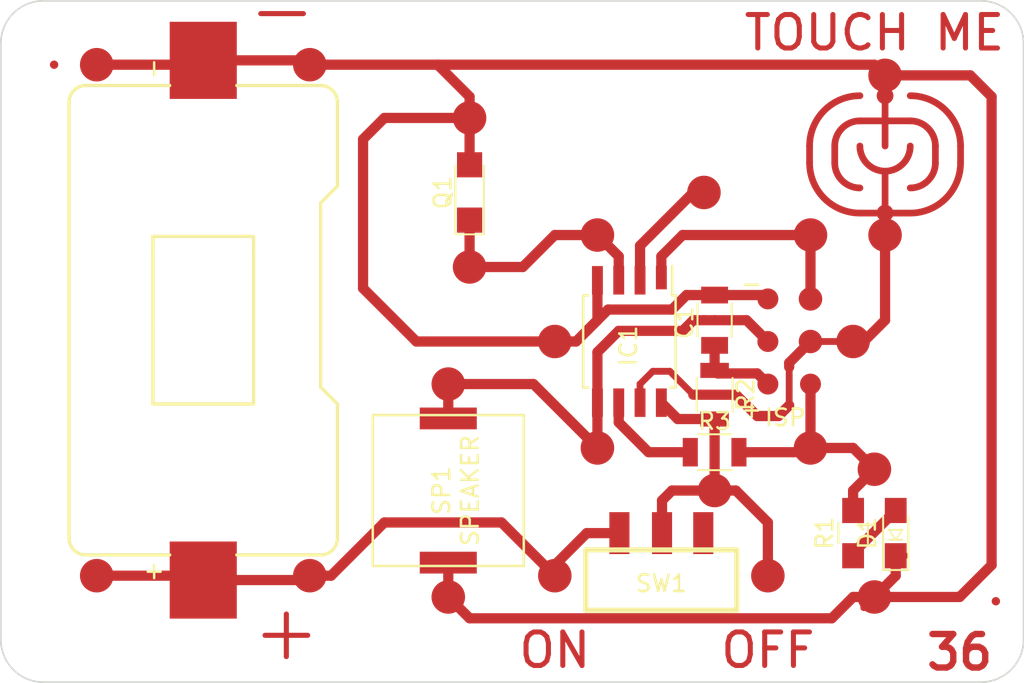
<source format=kicad_pcb>
(kicad_pcb (version 4) (host pcbnew 4.0.6)

  (general
    (links 48)
    (no_connects 5)
    (area 127.838999 58.877999 188.899001 99.618001)
    (thickness 1.6)
    (drawings 17)
    (tracks 140)
    (zones 0)
    (modules 36)
    (nets 12)
  )

  (page USLetter)
  (layers
    (0 F.Cu signal)
    (31 B.Cu signal)
    (32 B.Adhes user)
    (33 F.Adhes user)
    (34 B.Paste user)
    (35 F.Paste user)
    (36 B.SilkS user)
    (37 F.SilkS user)
    (38 B.Mask user)
    (39 F.Mask user)
    (40 Dwgs.User user)
    (41 Cmts.User user)
    (42 Eco1.User user)
    (43 Eco2.User user)
    (44 Edge.Cuts user)
    (45 Margin user)
    (46 B.CrtYd user)
    (47 F.CrtYd user)
    (48 B.Fab user)
    (49 F.Fab user)
  )

  (setup
    (last_trace_width 0.25)
    (user_trace_width 0.254)
    (user_trace_width 0.3048)
    (user_trace_width 0.3556)
    (user_trace_width 0.4064)
    (user_trace_width 0.6096)
    (trace_clearance 0.2)
    (zone_clearance 0.508)
    (zone_45_only no)
    (trace_min 0.2)
    (segment_width 0.2)
    (edge_width 0.1)
    (via_size 0.6)
    (via_drill 0.4)
    (via_min_size 0.4)
    (via_min_drill 0.3)
    (uvia_size 0.3)
    (uvia_drill 0.1)
    (uvias_allowed no)
    (uvia_min_size 0.2)
    (uvia_min_drill 0.1)
    (pcb_text_width 0.3)
    (pcb_text_size 1.27 1.27)
    (mod_edge_width 0.15)
    (mod_text_size 1.016 1.016)
    (mod_text_width 0.127)
    (pad_size 0.5 0.5)
    (pad_drill 0)
    (pad_to_mask_clearance 0)
    (aux_axis_origin 111.76 109.855)
    (grid_origin 0.889 0.508)
    (visible_elements 7FFFFFFF)
    (pcbplotparams
      (layerselection 0x010a0_00000001)
      (usegerberextensions true)
      (excludeedgelayer true)
      (linewidth 0.100000)
      (plotframeref false)
      (viasonmask false)
      (mode 1)
      (useauxorigin false)
      (hpglpennumber 1)
      (hpglpenspeed 20)
      (hpglpendiameter 15)
      (hpglpenoverlay 2)
      (psnegative false)
      (psa4output false)
      (plotreference true)
      (plotvalue true)
      (plotinvisibletext false)
      (padsonsilk false)
      (subtractmaskfromsilk false)
      (outputformat 1)
      (mirror false)
      (drillshape 0)
      (scaleselection 1)
      (outputdirectory gerbers/))
  )

  (net 0 "")
  (net 1 GND)
  (net 2 +BATT)
  (net 3 /RST)
  (net 4 /D3)
  (net 5 /D4)
  (net 6 "Net-(D1-Pad2)")
  (net 7 /D1)
  (net 8 /D2)
  (net 9 /D0)
  (net 10 "Net-(BT1-Pad1)")
  (net 11 "Net-(SW1-Pad3)")

  (net_class Default "This is the default net class."
    (clearance 0.2)
    (trace_width 0.25)
    (via_dia 0.6)
    (via_drill 0.4)
    (uvia_dia 0.3)
    (uvia_drill 0.1)
    (add_net +BATT)
    (add_net /D0)
    (add_net /D1)
    (add_net /D2)
    (add_net /D3)
    (add_net /D4)
    (add_net /RST)
    (add_net GND)
    (add_net "Net-(BT1-Pad1)")
    (add_net "Net-(D1-Pad2)")
    (add_net "Net-(SW1-Pad3)")
  )

  (module footprints:SewPad (layer F.Cu) (tedit 5CA620FB) (tstamp 5CA62128)
    (at 187.198 94.742)
    (descr "Through hole angled pin header, 1x01, 1.00mm pitch, 2.0mm pin length, single row")
    (tags "Through hole angled pin header THT 1x01 1.00mm single row")
    (path /5C9A7CEA)
    (fp_text reference JB2 (at 0 -0.25) (layer F.SilkS) hide
      (effects (font (size 0.5 0.5) (thickness 0.125)))
    )
    (fp_text value PAD (at 0 0.5) (layer F.Fab)
      (effects (font (size 0.6 0.6) (thickness 0.15)))
    )
    (pad 1 smd circle (at 0 0) (size 0.5 0.5) (layers F.Cu F.Mask)
      (net 1 GND))
    (model ${KISYS3DMOD}/Pin_Headers.3dshapes/Pin_Header_Angled_1x01_Pitch1.00mm.wrl
      (at (xyz 0 0 0))
      (scale (xyz 1 1 1))
      (rotate (xyz 0 0 0))
    )
  )

  (module footprints:SewPad (layer F.Cu) (tedit 5CA620FB) (tstamp 5CA620F0)
    (at 131.064 62.738)
    (descr "Through hole angled pin header, 1x01, 1.00mm pitch, 2.0mm pin length, single row")
    (tags "Through hole angled pin header THT 1x01 1.00mm single row")
    (path /5C9A7CEA)
    (fp_text reference JB2 (at 0 -0.25) (layer F.SilkS) hide
      (effects (font (size 0.5 0.5) (thickness 0.125)))
    )
    (fp_text value PAD (at 0 0.5) (layer F.Fab)
      (effects (font (size 0.6 0.6) (thickness 0.15)))
    )
    (pad 1 smd circle (at 0 0) (size 0.5 0.5) (layers F.Cu F.Mask)
      (net 1 GND))
    (model ${KISYS3DMOD}/Pin_Headers.3dshapes/Pin_Header_Angled_1x01_Pitch1.00mm.wrl
      (at (xyz 0 0 0))
      (scale (xyz 1 1 1))
      (rotate (xyz 0 0 0))
    )
  )

  (module footprints:SOIJ-8_5.3x5.3mm_Pitch1.27mm (layer F.Cu) (tedit 5CA52CD1) (tstamp 5A94DD7A)
    (at 165.354 79.248 270)
    (descr "8-Lead Plastic Small Outline (SM) - Medium, 5.28 mm Body [SOIC] (see Microchip Packaging Specification 00000049BS.pdf)")
    (tags "SOIC 1.27")
    (path /553EFD0A)
    (attr smd)
    (fp_text reference IC1 (at 0.265 0.06 270) (layer F.SilkS)
      (effects (font (size 1 1) (thickness 0.15)))
    )
    (fp_text value ATTINY85 (at 0 3.68 270) (layer F.Fab)
      (effects (font (size 1 1) (thickness 0.15)))
    )
    (fp_text user %R (at 0 0 270) (layer F.Fab)
      (effects (font (size 1 1) (thickness 0.15)))
    )
    (fp_line (start -1.65 -2.65) (end 2.65 -2.65) (layer F.Fab) (width 0.15))
    (fp_line (start 2.65 -2.65) (end 2.65 2.65) (layer F.Fab) (width 0.15))
    (fp_line (start 2.65 2.65) (end -2.65 2.65) (layer F.Fab) (width 0.15))
    (fp_line (start -2.65 2.65) (end -2.65 -1.65) (layer F.Fab) (width 0.15))
    (fp_line (start -2.65 -1.65) (end -1.65 -2.65) (layer F.Fab) (width 0.15))
    (fp_line (start -4.75 -2.95) (end -4.75 2.95) (layer F.CrtYd) (width 0.05))
    (fp_line (start 4.75 -2.95) (end 4.75 2.95) (layer F.CrtYd) (width 0.05))
    (fp_line (start -4.75 -2.95) (end 4.75 -2.95) (layer F.CrtYd) (width 0.05))
    (fp_line (start -4.75 2.95) (end 4.75 2.95) (layer F.CrtYd) (width 0.05))
    (fp_line (start -2.75 -2.755) (end -2.75 -2.55) (layer F.SilkS) (width 0.15))
    (fp_line (start 2.75 -2.755) (end 2.75 -2.455) (layer F.SilkS) (width 0.15))
    (fp_line (start 2.75 2.755) (end 2.75 2.455) (layer F.SilkS) (width 0.15))
    (fp_line (start -2.75 2.755) (end -2.75 2.455) (layer F.SilkS) (width 0.15))
    (fp_line (start -2.75 -2.755) (end 2.75 -2.755) (layer F.SilkS) (width 0.15))
    (fp_line (start -2.75 2.755) (end 2.75 2.755) (layer F.SilkS) (width 0.15))
    (fp_line (start -2.75 -2.55) (end -4.5 -2.55) (layer F.SilkS) (width 0.15))
    (pad 1 smd rect (at -3.81 -1.905 270) (size 1.4 0.65) (layers F.Cu F.Paste F.Mask)
      (net 3 /RST))
    (pad 2 smd rect (at -3.65 -0.635 270) (size 1.7 0.65) (layers F.Cu F.Paste F.Mask)
      (net 4 /D3))
    (pad 3 smd rect (at -3.65 0.635 270) (size 1.7 0.65) (layers F.Cu F.Paste F.Mask)
      (net 5 /D4))
    (pad 4 smd rect (at -3.65 1.905 270) (size 1.7 0.65) (layers F.Cu F.Paste F.Mask)
      (net 1 GND))
    (pad 5 smd rect (at 3.65 1.905 270) (size 1.7 0.65) (layers F.Cu F.Paste F.Mask)
      (net 9 /D0))
    (pad 6 smd rect (at 3.65 0.635 270) (size 1.7 0.65) (layers F.Cu F.Paste F.Mask)
      (net 7 /D1))
    (pad 7 smd rect (at 3.65 -0.635 270) (size 1.7 0.65) (layers F.Cu F.Paste F.Mask)
      (net 8 /D2))
    (pad 8 smd rect (at 3.65 -1.905 270) (size 1.7 0.65) (layers F.Cu F.Paste F.Mask)
      (net 2 +BATT))
    (model ${KISYS3DMOD}/Housings_SOIC.3dshapes/SOIJ-8_5.3x5.3mm_Pitch1.27mm.wrl
      (at (xyz 0 0 0))
      (scale (xyz 1 1 1))
      (rotate (xyz 0 0 0))
    )
  )

  (module footprints:SPST_SMD (layer F.Cu) (tedit 5CA4E9D6) (tstamp 5C9D2EB1)
    (at 167.259 90.678)
    (descr "Through hole pin header")
    (tags "pin header")
    (path /5C9D935E)
    (fp_text reference SW1 (at 0 3) (layer F.SilkS)
      (effects (font (size 1 1) (thickness 0.15)))
    )
    (fp_text value SW_SPDT (at 0.1 0) (layer F.Fab)
      (effects (font (size 1 1) (thickness 0.15)))
    )
    (fp_line (start -4.5 4.6) (end 4.5 4.6) (layer F.SilkS) (width 0.3048))
    (fp_line (start 4.5 1) (end 4.5 4.6) (layer F.SilkS) (width 0.3048))
    (fp_line (start -4.5 1) (end -4.5 4.6) (layer F.SilkS) (width 0.3048))
    (fp_line (start -4.5 1) (end 4.5 1) (layer F.SilkS) (width 0.3048))
    (fp_text user JS102011SAQN (at 0 1.7) (layer F.Fab)
      (effects (font (size 0.8 0.8) (thickness 0.1)))
    )
    (pad 1 smd rect (at -2.5 0) (size 1.2 2.5) (layers F.Cu F.Paste F.Mask)
      (net 10 "Net-(BT1-Pad1)"))
    (pad 2 smd rect (at 0.04 0) (size 1.2 2.5) (layers F.Cu F.Paste F.Mask)
      (net 2 +BATT))
    (pad 3 smd rect (at 2.5 0) (size 1.2 2.5) (layers F.Cu F.Paste F.Mask)
      (net 11 "Net-(SW1-Pad3)"))
    (model Pin_Headers.3dshapes/Pin_Header_Straight_2x06.wrl
      (at (xyz 0.05 -0.25 0))
      (scale (xyz 1 1 1))
      (rotate (xyz 0 0 90))
    )
  )

  (module BATT_BA2032SM (layer F.Cu) (tedit 5C9A887A) (tstamp 5A83A7E3)
    (at 139.954 77.978 90)
    (tags battery)
    (path /553F9619)
    (fp_text reference BT1 (at 0 5 90) (layer F.SilkS) hide
      (effects (font (size 1.72974 1.08712) (thickness 0.27178)))
    )
    (fp_text value Battery (at 0 -5 90) (layer F.SilkS) hide
      (effects (font (size 1.524 1.016) (thickness 0.254)))
    )
    (fp_line (start 4 3) (end 5 3) (layer F.SilkS) (width 0.2))
    (fp_line (start 5 3) (end 5 -3) (layer F.SilkS) (width 0.2))
    (fp_line (start 5 -3) (end 4 -3) (layer F.SilkS) (width 0.2))
    (fp_line (start 0 -3) (end -5 -3) (layer F.SilkS) (width 0.2))
    (fp_line (start -5 -3) (end -5 3) (layer F.SilkS) (width 0.2))
    (fp_line (start -5 3) (end 4 3) (layer F.SilkS) (width 0.2))
    (fp_line (start 4 -3) (end 0 -3) (layer F.SilkS) (width 0.2))
    (fp_circle (center 0 0) (end 0 -10) (layer F.CrtYd) (width 0.2))
    (fp_text user - (at 15 -3 90) (layer F.SilkS)
      (effects (font (size 1 1) (thickness 0.15)))
    )
    (fp_text user + (at -15 -3 90) (layer F.SilkS)
      (effects (font (size 1 1) (thickness 0.15)))
    )
    (fp_line (start -5 8) (end -13 8) (layer F.SilkS) (width 0.2))
    (fp_line (start 8 8) (end 13 8) (layer F.SilkS) (width 0.2))
    (fp_line (start -5 8) (end -4 7) (layer F.SilkS) (width 0.2))
    (fp_line (start -4 7) (end 7 7) (layer F.SilkS) (width 0.2))
    (fp_line (start 7 7) (end 8 8) (layer F.SilkS) (width 0.2))
    (fp_line (start -14 2) (end -14 7) (layer F.SilkS) (width 0.2))
    (fp_line (start 14 2) (end 14 7) (layer F.SilkS) (width 0.2))
    (fp_line (start -13 -8) (end 13 -8) (layer F.SilkS) (width 0.2))
    (fp_line (start -14 -2) (end -14 -7) (layer F.SilkS) (width 0.2))
    (fp_arc (start 13 -7) (end 13 -8) (angle 90) (layer F.SilkS) (width 0.2))
    (fp_arc (start 13 7) (end 14 7) (angle 90) (layer F.SilkS) (width 0.2))
    (fp_arc (start -13 7) (end -13 8) (angle 90) (layer F.SilkS) (width 0.2))
    (fp_arc (start -13 -7) (end -14 -7) (angle 90) (layer F.SilkS) (width 0.2))
    (fp_line (start 14 -2) (end 14 -7) (layer F.SilkS) (width 0.2))
    (pad 1 smd rect (at -15.5 0 90) (size 4.6 4) (layers F.Cu F.Paste F.Mask)
      (net 10 "Net-(BT1-Pad1)"))
    (pad 2 smd rect (at 15.5 0 90) (size 4.6 4) (layers F.Cu F.Paste F.Mask)
      (net 1 GND))
  )

  (module footprints:SewPad (layer F.Cu) (tedit 5C9A7292) (tstamp 5C9D2EF9)
    (at 133.604 93.218)
    (descr "Through hole angled pin header, 1x01, 1.00mm pitch, 2.0mm pin length, single row")
    (tags "Through hole angled pin header THT 1x01 1.00mm single row")
    (path /5C9A7C13)
    (fp_text reference JB1 (at 0 -0.25) (layer F.SilkS) hide
      (effects (font (size 0.5 0.5) (thickness 0.125)))
    )
    (fp_text value PAD (at 0 0.5) (layer F.Fab)
      (effects (font (size 0.6 0.6) (thickness 0.15)))
    )
    (pad 1 smd circle (at 0 0) (size 2 2) (layers F.Cu F.Mask)
      (net 10 "Net-(BT1-Pad1)"))
    (model ${KISYS3DMOD}/Pin_Headers.3dshapes/Pin_Header_Angled_1x01_Pitch1.00mm.wrl
      (at (xyz 0 0 0))
      (scale (xyz 1 1 1))
      (rotate (xyz 0 0 0))
    )
  )

  (module myFootPrints:SW_SMD_TOUCH (layer F.Cu) (tedit 5C9BABF6) (tstamp 5A94E024)
    (at 180.594 69.088)
    (path /5A7D01B3)
    (fp_text reference J1 (at 0.127 4.572) (layer F.SilkS) hide
      (effects (font (size 1.016 1.016) (thickness 0.2032)))
    )
    (fp_text value TOUCH (at 0.254 -4.572) (layer F.SilkS) hide
      (effects (font (size 1.016 1.016) (thickness 0.254)))
    )
    (fp_line (start 0 -1.5) (end 0 -4.5) (layer F.Cu) (width 0.4))
    (fp_line (start 0 2.5) (end 0 0) (layer F.Cu) (width 0.4))
    (fp_line (start -1.5 2.5) (end 1.5 2.5) (layer F.Cu) (width 0.4))
    (fp_line (start -4.5 -0.5) (end -4.5 -1.5) (layer F.Cu) (width 0.4))
    (fp_line (start 4.5 -0.5) (end 4.5 -1.5) (layer F.Cu) (width 0.4))
    (fp_arc (start -1.5 -1.5) (end -4.5 -1.5) (angle 90) (layer F.Cu) (width 0.4))
    (fp_arc (start -1.5 -0.5) (end -1.5 2.5) (angle 90) (layer F.Cu) (width 0.4))
    (fp_arc (start 1.5 -1.5) (end 1.5 -4.5) (angle 90) (layer F.Cu) (width 0.4))
    (fp_arc (start 1.5 -0.5) (end 4.5 -0.5) (angle 90) (layer F.Cu) (width 0.4))
    (fp_line (start 3 -1.5) (end 3 -0.5) (layer F.Cu) (width 0.4))
    (fp_line (start -3 -1.5) (end -3 -0.5) (layer F.Cu) (width 0.4))
    (fp_arc (start -1.5 -0.5) (end -1.5 1) (angle 90) (layer F.Cu) (width 0.4))
    (fp_arc (start 1.5 -0.5) (end 3 -0.5) (angle 90) (layer F.Cu) (width 0.4))
    (fp_line (start -1.5 -3) (end 1.5 -3) (layer F.Cu) (width 0.4))
    (fp_arc (start 0 -1.5) (end 0 0) (angle 90) (layer F.Cu) (width 0.4))
    (fp_arc (start 0 -1.5) (end 1.5 -1.5) (angle 90) (layer F.Cu) (width 0.4))
    (fp_arc (start 1.5 -1.5) (end 1.5 -3) (angle 90) (layer F.Cu) (width 0.4))
    (fp_arc (start -1.5 -1.5) (end -3 -1.5) (angle 90) (layer F.Cu) (width 0.4))
    (pad 2 smd circle (at 0 2.5) (size 1 1) (layers F.Cu)
      (net 8 /D2))
    (pad 1 smd circle (at 0 -4.5) (size 1 1) (layers F.Cu)
      (net 1 GND))
  )

  (module footprints:SewPad (layer F.Cu) (tedit 5C9A7292) (tstamp 5C9A863A)
    (at 146.304 93.218)
    (descr "Through hole angled pin header, 1x01, 1.00mm pitch, 2.0mm pin length, single row")
    (tags "Through hole angled pin header THT 1x01 1.00mm single row")
    (path /5C9A7C13)
    (fp_text reference JB1 (at 0 -0.25) (layer F.SilkS) hide
      (effects (font (size 0.5 0.5) (thickness 0.125)))
    )
    (fp_text value PAD (at 0 0.5) (layer F.Fab)
      (effects (font (size 0.6 0.6) (thickness 0.15)))
    )
    (pad 1 smd circle (at 0 0) (size 2 2) (layers F.Cu F.Mask)
      (net 10 "Net-(BT1-Pad1)"))
    (model ${KISYS3DMOD}/Pin_Headers.3dshapes/Pin_Header_Angled_1x01_Pitch1.00mm.wrl
      (at (xyz 0 0 0))
      (scale (xyz 1 1 1))
      (rotate (xyz 0 0 0))
    )
  )

  (module footprints:SewPad (layer F.Cu) (tedit 5C9A7292) (tstamp 5C9A860B)
    (at 133.604 62.738)
    (descr "Through hole angled pin header, 1x01, 1.00mm pitch, 2.0mm pin length, single row")
    (tags "Through hole angled pin header THT 1x01 1.00mm single row")
    (path /5C9A7CEA)
    (fp_text reference JB2 (at 0 -0.25) (layer F.SilkS) hide
      (effects (font (size 0.5 0.5) (thickness 0.125)))
    )
    (fp_text value PAD (at 0 0.5) (layer F.Fab)
      (effects (font (size 0.6 0.6) (thickness 0.15)))
    )
    (pad 1 smd circle (at 0 0) (size 2 2) (layers F.Cu F.Mask)
      (net 1 GND))
    (model ${KISYS3DMOD}/Pin_Headers.3dshapes/Pin_Header_Angled_1x01_Pitch1.00mm.wrl
      (at (xyz 0 0 0))
      (scale (xyz 1 1 1))
      (rotate (xyz 0 0 0))
    )
  )

  (module footprints:Pin_Header_Straight_2x03_Pitch2.54mm (layer F.Cu) (tedit 5CA52C0D) (tstamp 5A7BED43)
    (at 176.149 81.788 180)
    (descr "Through hole straight pin header, 2x03, 2.54mm pitch, double rows")
    (tags "Through hole pin header THT 2x03 2.54mm double row")
    (path /561A9A26)
    (fp_text reference CON1 (at 1.2 2.5 270) (layer F.SilkS) hide
      (effects (font (size 1 1) (thickness 0.15)))
    )
    (fp_text value ISP (at 1.5 -2 180) (layer F.SilkS)
      (effects (font (size 1 1) (thickness 0.15)))
    )
    (fp_text user - (at 3.5 6 180) (layer F.SilkS)
      (effects (font (size 1 1) (thickness 0.15)))
    )
    (fp_text user + (at 3.5 -1.5 180) (layer F.SilkS)
      (effects (font (size 1 1) (thickness 0.15)))
    )
    (fp_line (start 0 -1.27) (end 3.81 -1.27) (layer F.Fab) (width 0.1))
    (fp_line (start 3.81 -1.27) (end 3.81 6.35) (layer F.Fab) (width 0.1))
    (fp_line (start 3.81 6.35) (end -1.27 6.35) (layer F.Fab) (width 0.1))
    (fp_line (start -1.27 6.35) (end -1.27 0) (layer F.Fab) (width 0.1))
    (fp_line (start -1.27 0) (end 0 -1.27) (layer F.Fab) (width 0.1))
    (fp_line (start -1.8 -1.8) (end -1.8 6.85) (layer F.CrtYd) (width 0.05))
    (fp_line (start -1.8 6.85) (end 4.35 6.85) (layer F.CrtYd) (width 0.05))
    (fp_line (start 4.35 6.85) (end 4.35 -1.8) (layer F.CrtYd) (width 0.05))
    (fp_line (start 4.35 -1.8) (end -1.8 -1.8) (layer F.CrtYd) (width 0.05))
    (fp_text user %R (at 1.27 2.54 270) (layer F.Fab)
      (effects (font (size 1 1) (thickness 0.15)))
    )
    (pad 1 smd circle (at 0 0 180) (size 1.25 1.25) (layers F.Cu)
      (net 7 /D1))
    (pad 2 smd circle (at 2.54 0 180) (size 1.25 1.25) (layers F.Cu)
      (net 2 +BATT))
    (pad 3 smd circle (at 0 2.54 180) (size 1.4 1.4) (layers F.Cu)
      (net 8 /D2))
    (pad 4 smd circle (at 2.54 2.54 180) (size 1.25 1.25) (layers F.Cu)
      (net 9 /D0))
    (pad 5 smd circle (at 0 5.08 180) (size 1.4 1.4) (layers F.Cu)
      (net 3 /RST))
    (pad 6 smd circle (at 2.54 5.08 180) (size 1.25 1.25) (layers F.Cu)
      (net 1 GND))
  )

  (module LEDs:LED_0805_HandSoldering (layer F.Cu) (tedit 5A9E0B35) (tstamp 5A94E010)
    (at 181.229 90.678 90)
    (descr "Resistor SMD 0805, hand soldering")
    (tags "resistor 0805")
    (path /561BE7BF)
    (attr smd)
    (fp_text reference D1 (at 0 -1.7 90) (layer F.SilkS)
      (effects (font (size 1 1) (thickness 0.15)))
    )
    (fp_text value LED (at 0 1.75 90) (layer F.Fab)
      (effects (font (size 1 1) (thickness 0.15)))
    )
    (fp_line (start -0.4 -0.4) (end -0.4 0.4) (layer F.SilkS) (width 0.1))
    (fp_line (start -0.4 0) (end 0.2 -0.4) (layer F.SilkS) (width 0.1))
    (fp_line (start 0.2 0.4) (end -0.4 0) (layer F.SilkS) (width 0.1))
    (fp_line (start 0.2 -0.4) (end 0.2 0.4) (layer F.SilkS) (width 0.1))
    (fp_line (start -1 0.62) (end -1 -0.62) (layer F.Fab) (width 0.1))
    (fp_line (start 1 0.62) (end -1 0.62) (layer F.Fab) (width 0.1))
    (fp_line (start 1 -0.62) (end 1 0.62) (layer F.Fab) (width 0.1))
    (fp_line (start -1 -0.62) (end 1 -0.62) (layer F.Fab) (width 0.1))
    (fp_line (start 1 0.75) (end -2.2 0.75) (layer F.SilkS) (width 0.12))
    (fp_line (start -2.2 -0.75) (end 1 -0.75) (layer F.SilkS) (width 0.12))
    (fp_line (start -2.35 -0.9) (end 2.35 -0.9) (layer F.CrtYd) (width 0.05))
    (fp_line (start -2.35 -0.9) (end -2.35 0.9) (layer F.CrtYd) (width 0.05))
    (fp_line (start 2.35 0.9) (end 2.35 -0.9) (layer F.CrtYd) (width 0.05))
    (fp_line (start 2.35 0.9) (end -2.35 0.9) (layer F.CrtYd) (width 0.05))
    (fp_line (start -2.2 -0.75) (end -2.2 0.75) (layer F.SilkS) (width 0.12))
    (pad 1 smd rect (at -1.35 0 90) (size 1.5 1.3) (layers F.Cu F.Paste F.Mask)
      (net 1 GND))
    (pad 2 smd rect (at 1.35 0 90) (size 1.5 1.3) (layers F.Cu F.Paste F.Mask)
      (net 6 "Net-(D1-Pad2)"))
    (model ${KISYS3DMOD}/LEDs.3dshapes/LED_0805.wrl
      (at (xyz 0 0 0))
      (scale (xyz 1 1 1))
      (rotate (xyz 0 0 0))
    )
  )

  (module Resistors_SMD:R_0805_HandSoldering (layer F.Cu) (tedit 58E0A804) (tstamp 5A94E034)
    (at 178.689 90.678 90)
    (descr "Resistor SMD 0805, hand soldering")
    (tags "resistor 0805")
    (path /561BE85C)
    (attr smd)
    (fp_text reference R1 (at 0 -1.7 90) (layer F.SilkS)
      (effects (font (size 1 1) (thickness 0.15)))
    )
    (fp_text value 330 (at 0 1.75 90) (layer F.Fab)
      (effects (font (size 1 1) (thickness 0.15)))
    )
    (fp_text user %R (at 0 0 90) (layer F.Fab)
      (effects (font (size 0.5 0.5) (thickness 0.075)))
    )
    (fp_line (start -1 0.62) (end -1 -0.62) (layer F.Fab) (width 0.1))
    (fp_line (start 1 0.62) (end -1 0.62) (layer F.Fab) (width 0.1))
    (fp_line (start 1 -0.62) (end 1 0.62) (layer F.Fab) (width 0.1))
    (fp_line (start -1 -0.62) (end 1 -0.62) (layer F.Fab) (width 0.1))
    (fp_line (start 0.6 0.88) (end -0.6 0.88) (layer F.SilkS) (width 0.12))
    (fp_line (start -0.6 -0.88) (end 0.6 -0.88) (layer F.SilkS) (width 0.12))
    (fp_line (start -2.35 -0.9) (end 2.35 -0.9) (layer F.CrtYd) (width 0.05))
    (fp_line (start -2.35 -0.9) (end -2.35 0.9) (layer F.CrtYd) (width 0.05))
    (fp_line (start 2.35 0.9) (end 2.35 -0.9) (layer F.CrtYd) (width 0.05))
    (fp_line (start 2.35 0.9) (end -2.35 0.9) (layer F.CrtYd) (width 0.05))
    (pad 1 smd rect (at -1.35 0 90) (size 1.5 1.3) (layers F.Cu F.Paste F.Mask)
      (net 6 "Net-(D1-Pad2)"))
    (pad 2 smd rect (at 1.35 0 90) (size 1.5 1.3) (layers F.Cu F.Paste F.Mask)
      (net 7 /D1))
    (model ${KISYS3DMOD}/Resistors_SMD.3dshapes/R_0805.wrl
      (at (xyz 0 0 0))
      (scale (xyz 1 1 1))
      (rotate (xyz 0 0 0))
    )
  )

  (module footprints:PS1240_piezo (layer F.Cu) (tedit 5A7D0A37) (tstamp 5C9A6FE2)
    (at 154.559 88.138 90)
    (descr "piezo speaker 12 mm")
    (tags "buzzer speaker piezo")
    (path /561A890F)
    (fp_text reference SP1 (at 0 -0.4 90) (layer F.SilkS)
      (effects (font (size 1 1) (thickness 0.15)))
    )
    (fp_text value SPEAKER (at 0 1.3 90) (layer F.SilkS)
      (effects (font (size 1 1) (thickness 0.15)))
    )
    (fp_line (start -4.5 -4.5) (end -4.5 4.5) (layer F.SilkS) (width 0.15))
    (fp_line (start -4.5 4.5) (end 4.5 4.5) (layer F.SilkS) (width 0.15))
    (fp_line (start 4.5 4.5) (end 4.5 -4.5) (layer F.SilkS) (width 0.15))
    (fp_line (start 4.5 -4.5) (end -4.5 -4.5) (layer F.SilkS) (width 0.15))
    (pad 1 smd rect (at -4.3 0 90) (size 1.3 3.4) (layers F.Cu F.Paste F.Mask)
      (net 1 GND))
    (pad 2 smd rect (at 4.3 0 90) (size 1.3 3.4) (layers F.Cu F.Paste F.Mask)
      (net 9 /D0))
  )

  (module footprints:SewPad (layer F.Cu) (tedit 5C9A7292) (tstamp 5C9A7448)
    (at 146.304 62.738)
    (descr "Through hole angled pin header, 1x01, 1.00mm pitch, 2.0mm pin length, single row")
    (tags "Through hole angled pin header THT 1x01 1.00mm single row")
    (path /5C9A7CEA)
    (fp_text reference JB2 (at 0 -0.25) (layer F.SilkS) hide
      (effects (font (size 0.5 0.5) (thickness 0.125)))
    )
    (fp_text value PAD (at 0 0.5) (layer F.Fab)
      (effects (font (size 0.6 0.6) (thickness 0.15)))
    )
    (pad 1 smd circle (at 0 0) (size 2 2) (layers F.Cu F.Mask)
      (net 1 GND))
    (model ${KISYS3DMOD}/Pin_Headers.3dshapes/Pin_Header_Angled_1x01_Pitch1.00mm.wrl
      (at (xyz 0 0 0))
      (scale (xyz 1 1 1))
      (rotate (xyz 0 0 0))
    )
  )

  (module footprints:SewPad (layer F.Cu) (tedit 5C9A7292) (tstamp 5C9A744D)
    (at 179.959 86.868 90)
    (descr "Through hole angled pin header, 1x01, 1.00mm pitch, 2.0mm pin length, single row")
    (tags "Through hole angled pin header THT 1x01 1.00mm single row")
    (path /5C9A7290)
    (fp_text reference JL1 (at 0 -0.25 90) (layer F.SilkS) hide
      (effects (font (size 0.5 0.5) (thickness 0.125)))
    )
    (fp_text value PAD (at 0 0.5 90) (layer F.Fab)
      (effects (font (size 0.6 0.6) (thickness 0.15)))
    )
    (pad 1 smd circle (at 0 0 90) (size 2 2) (layers F.Cu F.Mask)
      (net 7 /D1))
    (model ${KISYS3DMOD}/Pin_Headers.3dshapes/Pin_Header_Angled_1x01_Pitch1.00mm.wrl
      (at (xyz 0 0 0))
      (scale (xyz 1 1 1))
      (rotate (xyz 0 0 0))
    )
  )

  (module footprints:SewPad (layer F.Cu) (tedit 5C9A7292) (tstamp 5C9A7452)
    (at 179.959 94.488 90)
    (descr "Through hole angled pin header, 1x01, 1.00mm pitch, 2.0mm pin length, single row")
    (tags "Through hole angled pin header THT 1x01 1.00mm single row")
    (path /5C9A7595)
    (fp_text reference JL2 (at 0 -0.25 90) (layer F.SilkS) hide
      (effects (font (size 0.5 0.5) (thickness 0.125)))
    )
    (fp_text value PAD (at 0 0.5 90) (layer F.Fab)
      (effects (font (size 0.6 0.6) (thickness 0.15)))
    )
    (pad 1 smd circle (at 0 0 90) (size 2 2) (layers F.Cu F.Mask)
      (net 1 GND))
    (model ${KISYS3DMOD}/Pin_Headers.3dshapes/Pin_Header_Angled_1x01_Pitch1.00mm.wrl
      (at (xyz 0 0 0))
      (scale (xyz 1 1 1))
      (rotate (xyz 0 0 0))
    )
  )

  (module footprints:SewPad (layer F.Cu) (tedit 5C9A7292) (tstamp 5C9A7457)
    (at 170.434 88.138)
    (descr "Through hole angled pin header, 1x01, 1.00mm pitch, 2.0mm pin length, single row")
    (tags "Through hole angled pin header THT 1x01 1.00mm single row")
    (path /5C9A827C)
    (fp_text reference JP1 (at 0 -0.25) (layer F.SilkS) hide
      (effects (font (size 0.5 0.5) (thickness 0.125)))
    )
    (fp_text value PAD (at 0 0.5) (layer F.Fab)
      (effects (font (size 0.6 0.6) (thickness 0.15)))
    )
    (pad 1 smd circle (at 0 0) (size 2 2) (layers F.Cu F.Mask)
      (net 2 +BATT))
    (model ${KISYS3DMOD}/Pin_Headers.3dshapes/Pin_Header_Angled_1x01_Pitch1.00mm.wrl
      (at (xyz 0 0 0))
      (scale (xyz 1 1 1))
      (rotate (xyz 0 0 0))
    )
  )

  (module footprints:SewPad (layer F.Cu) (tedit 5C9A7292) (tstamp 5C9A745C)
    (at 160.909 79.248)
    (descr "Through hole angled pin header, 1x01, 1.00mm pitch, 2.0mm pin length, single row")
    (tags "Through hole angled pin header THT 1x01 1.00mm single row")
    (path /5C9A863D)
    (fp_text reference JP2 (at 0 -0.25) (layer F.SilkS) hide
      (effects (font (size 0.5 0.5) (thickness 0.125)))
    )
    (fp_text value PAD (at 0 0.5) (layer F.Fab)
      (effects (font (size 0.6 0.6) (thickness 0.15)))
    )
    (pad 1 smd circle (at 0 0) (size 2 2) (layers F.Cu F.Mask)
      (net 1 GND))
    (model ${KISYS3DMOD}/Pin_Headers.3dshapes/Pin_Header_Angled_1x01_Pitch1.00mm.wrl
      (at (xyz 0 0 0))
      (scale (xyz 1 1 1))
      (rotate (xyz 0 0 0))
    )
  )

  (module footprints:SewPad (layer F.Cu) (tedit 5C9A7292) (tstamp 5C9A7461)
    (at 154.559 81.788 180)
    (descr "Through hole angled pin header, 1x01, 1.00mm pitch, 2.0mm pin length, single row")
    (tags "Through hole angled pin header THT 1x01 1.00mm single row")
    (path /5C9A7668)
    (fp_text reference JS1 (at 0 -0.25 180) (layer F.SilkS) hide
      (effects (font (size 0.5 0.5) (thickness 0.125)))
    )
    (fp_text value PAD (at 0 0.5 180) (layer F.Fab)
      (effects (font (size 0.6 0.6) (thickness 0.15)))
    )
    (pad 1 smd circle (at 0 0 180) (size 2 2) (layers F.Cu F.Mask)
      (net 9 /D0))
    (model ${KISYS3DMOD}/Pin_Headers.3dshapes/Pin_Header_Angled_1x01_Pitch1.00mm.wrl
      (at (xyz 0 0 0))
      (scale (xyz 1 1 1))
      (rotate (xyz 0 0 0))
    )
  )

  (module footprints:SewPad (layer F.Cu) (tedit 5C9A7292) (tstamp 5C9A7466)
    (at 154.559 94.488 180)
    (descr "Through hole angled pin header, 1x01, 1.00mm pitch, 2.0mm pin length, single row")
    (tags "Through hole angled pin header THT 1x01 1.00mm single row")
    (path /5C9A770B)
    (fp_text reference JS2 (at 0 -0.25 180) (layer F.SilkS) hide
      (effects (font (size 0.5 0.5) (thickness 0.125)))
    )
    (fp_text value PAD (at 0 0.5 180) (layer F.Fab)
      (effects (font (size 0.6 0.6) (thickness 0.15)))
    )
    (pad 1 smd circle (at 0 0 180) (size 2 2) (layers F.Cu F.Mask)
      (net 1 GND))
    (model ${KISYS3DMOD}/Pin_Headers.3dshapes/Pin_Header_Angled_1x01_Pitch1.00mm.wrl
      (at (xyz 0 0 0))
      (scale (xyz 1 1 1))
      (rotate (xyz 0 0 0))
    )
  )

  (module footprints:SewPad (layer F.Cu) (tedit 5C9A7292) (tstamp 5C9A746B)
    (at 180.594 72.898 90)
    (descr "Through hole angled pin header, 1x01, 1.00mm pitch, 2.0mm pin length, single row")
    (tags "Through hole angled pin header THT 1x01 1.00mm single row")
    (path /5C9A732F)
    (fp_text reference JT1 (at 0 -0.25 90) (layer F.SilkS) hide
      (effects (font (size 0.5 0.5) (thickness 0.125)))
    )
    (fp_text value PAD (at 0 0.5 90) (layer F.Fab)
      (effects (font (size 0.6 0.6) (thickness 0.15)))
    )
    (pad 1 smd circle (at 0 0 90) (size 2 2) (layers F.Cu F.Mask)
      (net 8 /D2))
    (model ${KISYS3DMOD}/Pin_Headers.3dshapes/Pin_Header_Angled_1x01_Pitch1.00mm.wrl
      (at (xyz 0 0 0))
      (scale (xyz 1 1 1))
      (rotate (xyz 0 0 0))
    )
  )

  (module footprints:SewPad (layer F.Cu) (tedit 5C9A7292) (tstamp 5C9A7470)
    (at 180.594 63.373 90)
    (descr "Through hole angled pin header, 1x01, 1.00mm pitch, 2.0mm pin length, single row")
    (tags "Through hole angled pin header THT 1x01 1.00mm single row")
    (path /5C9A75FC)
    (fp_text reference JT2 (at 0 -0.25 90) (layer F.SilkS) hide
      (effects (font (size 0.5 0.5) (thickness 0.125)))
    )
    (fp_text value PAD (at 0 0.5 90) (layer F.Fab)
      (effects (font (size 0.6 0.6) (thickness 0.15)))
    )
    (pad 1 smd circle (at 0 0 90) (size 2 2) (layers F.Cu F.Mask)
      (net 1 GND))
    (model ${KISYS3DMOD}/Pin_Headers.3dshapes/Pin_Header_Angled_1x01_Pitch1.00mm.wrl
      (at (xyz 0 0 0))
      (scale (xyz 1 1 1))
      (rotate (xyz 0 0 0))
    )
  )

  (module footprints:SewPad (layer F.Cu) (tedit 5C9A7292) (tstamp 5C9A7542)
    (at 163.449 85.598)
    (descr "Through hole angled pin header, 1x01, 1.00mm pitch, 2.0mm pin length, single row")
    (tags "Through hole angled pin header THT 1x01 1.00mm single row")
    (path /5C9A89D0)
    (fp_text reference JD0 (at 0 -0.25) (layer F.SilkS) hide
      (effects (font (size 0.5 0.5) (thickness 0.125)))
    )
    (fp_text value PAD (at 0 0.5) (layer F.Fab)
      (effects (font (size 0.6 0.6) (thickness 0.15)))
    )
    (pad 1 smd circle (at 0 0) (size 2 2) (layers F.Cu F.Mask)
      (net 9 /D0))
    (model ${KISYS3DMOD}/Pin_Headers.3dshapes/Pin_Header_Angled_1x01_Pitch1.00mm.wrl
      (at (xyz 0 0 0))
      (scale (xyz 1 1 1))
      (rotate (xyz 0 0 0))
    )
  )

  (module footprints:SewPad (layer F.Cu) (tedit 5C9A7292) (tstamp 5C9A7547)
    (at 176.149 85.598)
    (descr "Through hole angled pin header, 1x01, 1.00mm pitch, 2.0mm pin length, single row")
    (tags "Through hole angled pin header THT 1x01 1.00mm single row")
    (path /5C9A8A4D)
    (fp_text reference JD1 (at 0 -0.25) (layer F.SilkS) hide
      (effects (font (size 0.5 0.5) (thickness 0.125)))
    )
    (fp_text value PAD (at 0 0.5) (layer F.Fab)
      (effects (font (size 0.6 0.6) (thickness 0.15)))
    )
    (pad 1 smd circle (at 0 0) (size 2 2) (layers F.Cu F.Mask)
      (net 7 /D1))
    (model ${KISYS3DMOD}/Pin_Headers.3dshapes/Pin_Header_Angled_1x01_Pitch1.00mm.wrl
      (at (xyz 0 0 0))
      (scale (xyz 1 1 1))
      (rotate (xyz 0 0 0))
    )
  )

  (module footprints:SewPad (layer F.Cu) (tedit 5C9A7292) (tstamp 5C9A754C)
    (at 178.689 79.248)
    (descr "Through hole angled pin header, 1x01, 1.00mm pitch, 2.0mm pin length, single row")
    (tags "Through hole angled pin header THT 1x01 1.00mm single row")
    (path /5C9A8AC3)
    (fp_text reference JD2 (at 0 -0.25) (layer F.SilkS) hide
      (effects (font (size 0.5 0.5) (thickness 0.125)))
    )
    (fp_text value PAD (at 0 0.5) (layer F.Fab)
      (effects (font (size 0.6 0.6) (thickness 0.15)))
    )
    (pad 1 smd circle (at 0 0) (size 2 2) (layers F.Cu F.Mask)
      (net 8 /D2))
    (model ${KISYS3DMOD}/Pin_Headers.3dshapes/Pin_Header_Angled_1x01_Pitch1.00mm.wrl
      (at (xyz 0 0 0))
      (scale (xyz 1 1 1))
      (rotate (xyz 0 0 0))
    )
  )

  (module footprints:SewPad (layer F.Cu) (tedit 5C9A7292) (tstamp 5C9A7920)
    (at 169.799 70.358)
    (descr "Through hole angled pin header, 1x01, 1.00mm pitch, 2.0mm pin length, single row")
    (tags "Through hole angled pin header THT 1x01 1.00mm single row")
    (path /5C9A98B9)
    (fp_text reference JD3 (at 0 -0.25) (layer F.SilkS) hide
      (effects (font (size 0.5 0.5) (thickness 0.125)))
    )
    (fp_text value PAD (at 0 0.5) (layer F.Fab)
      (effects (font (size 0.6 0.6) (thickness 0.15)))
    )
    (pad 1 smd circle (at 0 0) (size 2 2) (layers F.Cu F.Mask)
      (net 4 /D3))
    (model ${KISYS3DMOD}/Pin_Headers.3dshapes/Pin_Header_Angled_1x01_Pitch1.00mm.wrl
      (at (xyz 0 0 0))
      (scale (xyz 1 1 1))
      (rotate (xyz 0 0 0))
    )
  )

  (module footprints:SewPad (layer F.Cu) (tedit 5C9A7292) (tstamp 5C9A7925)
    (at 163.449 72.898)
    (descr "Through hole angled pin header, 1x01, 1.00mm pitch, 2.0mm pin length, single row")
    (tags "Through hole angled pin header THT 1x01 1.00mm single row")
    (path /5C9A9818)
    (fp_text reference JD4 (at 0 -0.25) (layer F.SilkS) hide
      (effects (font (size 0.5 0.5) (thickness 0.125)))
    )
    (fp_text value PAD (at 0 0.5) (layer F.Fab)
      (effects (font (size 0.6 0.6) (thickness 0.15)))
    )
    (pad 1 smd circle (at 0 0) (size 2 2) (layers F.Cu F.Mask)
      (net 5 /D4))
    (model ${KISYS3DMOD}/Pin_Headers.3dshapes/Pin_Header_Angled_1x01_Pitch1.00mm.wrl
      (at (xyz 0 0 0))
      (scale (xyz 1 1 1))
      (rotate (xyz 0 0 0))
    )
  )

  (module footprints:SewPad (layer F.Cu) (tedit 5C9A7292) (tstamp 5C9A7AD6)
    (at 176.149 72.898)
    (descr "Through hole angled pin header, 1x01, 1.00mm pitch, 2.0mm pin length, single row")
    (tags "Through hole angled pin header THT 1x01 1.00mm single row")
    (path /5C9A9A99)
    (fp_text reference JD5 (at 0 -0.25) (layer F.SilkS) hide
      (effects (font (size 0.5 0.5) (thickness 0.125)))
    )
    (fp_text value PAD (at 0 0.5) (layer F.Fab)
      (effects (font (size 0.6 0.6) (thickness 0.15)))
    )
    (pad 1 smd circle (at 0 0) (size 2 2) (layers F.Cu F.Mask)
      (net 3 /RST))
    (model ${KISYS3DMOD}/Pin_Headers.3dshapes/Pin_Header_Angled_1x01_Pitch1.00mm.wrl
      (at (xyz 0 0 0))
      (scale (xyz 1 1 1))
      (rotate (xyz 0 0 0))
    )
  )

  (module LEDs:LED_1206 (layer F.Cu) (tedit 57FE943C) (tstamp 5C9A8948)
    (at 155.829 70.358 90)
    (descr "LED 1206 smd package")
    (tags "LED led 1206 SMD smd SMT smt smdled SMDLED smtled SMTLED")
    (path /553F0F1B)
    (attr smd)
    (fp_text reference Q1 (at 0 -1.6 90) (layer F.SilkS)
      (effects (font (size 1 1) (thickness 0.15)))
    )
    (fp_text value LIGHT (at 0 1.7 90) (layer F.Fab)
      (effects (font (size 1 1) (thickness 0.15)))
    )
    (fp_line (start -2.5 -0.85) (end -2.5 0.85) (layer F.SilkS) (width 0.12))
    (fp_line (start -0.45 -0.4) (end -0.45 0.4) (layer F.Fab) (width 0.1))
    (fp_line (start -0.4 0) (end 0.2 -0.4) (layer F.Fab) (width 0.1))
    (fp_line (start 0.2 0.4) (end -0.4 0) (layer F.Fab) (width 0.1))
    (fp_line (start 0.2 -0.4) (end 0.2 0.4) (layer F.Fab) (width 0.1))
    (fp_line (start 1.6 0.8) (end -1.6 0.8) (layer F.Fab) (width 0.1))
    (fp_line (start 1.6 -0.8) (end 1.6 0.8) (layer F.Fab) (width 0.1))
    (fp_line (start -1.6 -0.8) (end 1.6 -0.8) (layer F.Fab) (width 0.1))
    (fp_line (start -1.6 0.8) (end -1.6 -0.8) (layer F.Fab) (width 0.1))
    (fp_line (start -2.45 0.85) (end 1.6 0.85) (layer F.SilkS) (width 0.12))
    (fp_line (start -2.45 -0.85) (end 1.6 -0.85) (layer F.SilkS) (width 0.12))
    (fp_line (start 2.65 -1) (end 2.65 1) (layer F.CrtYd) (width 0.05))
    (fp_line (start 2.65 1) (end -2.65 1) (layer F.CrtYd) (width 0.05))
    (fp_line (start -2.65 1) (end -2.65 -1) (layer F.CrtYd) (width 0.05))
    (fp_line (start -2.65 -1) (end 2.65 -1) (layer F.CrtYd) (width 0.05))
    (pad 2 smd rect (at 1.65 0 270) (size 1.5 1.5) (layers F.Cu F.Paste F.Mask)
      (net 1 GND))
    (pad 1 smd rect (at -1.65 0 270) (size 1.5 1.5) (layers F.Cu F.Paste F.Mask)
      (net 5 /D4))
    (model ${KISYS3DMOD}/LEDs.3dshapes/LED_1206.wrl
      (at (xyz 0 0 0))
      (scale (xyz 1 1 1))
      (rotate (xyz 0 0 180))
    )
  )

  (module footprints:SewPad (layer F.Cu) (tedit 5C9A7292) (tstamp 5C9BB085)
    (at 155.829 74.803)
    (descr "Through hole angled pin header, 1x01, 1.00mm pitch, 2.0mm pin length, single row")
    (tags "Through hole angled pin header THT 1x01 1.00mm single row")
    (path /5C9BF049)
    (fp_text reference JPT1 (at 0 -0.25) (layer F.SilkS) hide
      (effects (font (size 0.5 0.5) (thickness 0.125)))
    )
    (fp_text value PAD (at 0 0.5) (layer F.Fab)
      (effects (font (size 0.6 0.6) (thickness 0.15)))
    )
    (pad 1 smd circle (at 0 0) (size 2 2) (layers F.Cu F.Mask)
      (net 5 /D4))
    (model ${KISYS3DMOD}/Pin_Headers.3dshapes/Pin_Header_Angled_1x01_Pitch1.00mm.wrl
      (at (xyz 0 0 0))
      (scale (xyz 1 1 1))
      (rotate (xyz 0 0 0))
    )
  )

  (module footprints:SewPad (layer F.Cu) (tedit 5C9A7292) (tstamp 5C9BB08A)
    (at 155.829 65.913)
    (descr "Through hole angled pin header, 1x01, 1.00mm pitch, 2.0mm pin length, single row")
    (tags "Through hole angled pin header THT 1x01 1.00mm single row")
    (path /5C9BEFD1)
    (fp_text reference JPT2 (at 0 -0.25) (layer F.SilkS) hide
      (effects (font (size 0.5 0.5) (thickness 0.125)))
    )
    (fp_text value PAD (at 0 0.5) (layer F.Fab)
      (effects (font (size 0.6 0.6) (thickness 0.15)))
    )
    (pad 1 smd circle (at 0 0) (size 2 2) (layers F.Cu F.Mask)
      (net 1 GND))
    (model ${KISYS3DMOD}/Pin_Headers.3dshapes/Pin_Header_Angled_1x01_Pitch1.00mm.wrl
      (at (xyz 0 0 0))
      (scale (xyz 1 1 1))
      (rotate (xyz 0 0 0))
    )
  )

  (module footprints:SewPad (layer F.Cu) (tedit 5C9A7292) (tstamp 5C9D2E9E)
    (at 160.909 93.218)
    (descr "Through hole angled pin header, 1x01, 1.00mm pitch, 2.0mm pin length, single row")
    (tags "Through hole angled pin header THT 1x01 1.00mm single row")
    (path /5C9D93FD)
    (fp_text reference JSW1 (at 0 -0.25) (layer F.SilkS) hide
      (effects (font (size 0.5 0.5) (thickness 0.125)))
    )
    (fp_text value PAD (at 0 0.5) (layer F.Fab)
      (effects (font (size 0.6 0.6) (thickness 0.15)))
    )
    (pad 1 smd circle (at 0 0) (size 2 2) (layers F.Cu F.Mask)
      (net 10 "Net-(BT1-Pad1)"))
    (model ${KISYS3DMOD}/Pin_Headers.3dshapes/Pin_Header_Angled_1x01_Pitch1.00mm.wrl
      (at (xyz 0 0 0))
      (scale (xyz 1 1 1))
      (rotate (xyz 0 0 0))
    )
  )

  (module footprints:SewPad (layer F.Cu) (tedit 5C9A7292) (tstamp 5C9D2EA3)
    (at 173.609 93.218)
    (descr "Through hole angled pin header, 1x01, 1.00mm pitch, 2.0mm pin length, single row")
    (tags "Through hole angled pin header THT 1x01 1.00mm single row")
    (path /5C9D94D4)
    (fp_text reference JSW2 (at 0 -0.25) (layer F.SilkS) hide
      (effects (font (size 0.5 0.5) (thickness 0.125)))
    )
    (fp_text value PAD (at 0 0.5) (layer F.Fab)
      (effects (font (size 0.6 0.6) (thickness 0.15)))
    )
    (pad 1 smd circle (at 0 0) (size 2 2) (layers F.Cu F.Mask)
      (net 2 +BATT))
    (model ${KISYS3DMOD}/Pin_Headers.3dshapes/Pin_Header_Angled_1x01_Pitch1.00mm.wrl
      (at (xyz 0 0 0))
      (scale (xyz 1 1 1))
      (rotate (xyz 0 0 0))
    )
  )

  (module footprints:C_1206 (layer F.Cu) (tedit 5A94E2C6) (tstamp 5C9A81AC)
    (at 170.434 77.978 270)
    (descr "Capacitor SMD 1206, reflow soldering, AVX (see smccp.pdf)")
    (tags "capacitor 1206")
    (path /553FDF53)
    (attr smd)
    (fp_text reference C1 (at 0.155 1.79 270) (layer F.SilkS)
      (effects (font (size 1 1) (thickness 0.15)))
    )
    (fp_text value "0.1 uF" (at 0 2 270) (layer F.Fab)
      (effects (font (size 1 1) (thickness 0.15)))
    )
    (fp_text user %R (at 0 -1.75 270) (layer F.Fab)
      (effects (font (size 1 1) (thickness 0.15)))
    )
    (fp_line (start -1.6 0.8) (end -1.6 -0.8) (layer F.Fab) (width 0.1))
    (fp_line (start 1.6 0.8) (end -1.6 0.8) (layer F.Fab) (width 0.1))
    (fp_line (start 1.6 -0.8) (end 1.6 0.8) (layer F.Fab) (width 0.1))
    (fp_line (start -1.6 -0.8) (end 1.6 -0.8) (layer F.Fab) (width 0.1))
    (fp_line (start 1 -1.02) (end -1 -1.02) (layer F.SilkS) (width 0.12))
    (fp_line (start -1 1.02) (end 1 1.02) (layer F.SilkS) (width 0.12))
    (fp_line (start -2.25 -1.05) (end 2.25 -1.05) (layer F.CrtYd) (width 0.05))
    (fp_line (start -2.25 -1.05) (end -2.25 1.05) (layer F.CrtYd) (width 0.05))
    (fp_line (start 2.25 1.05) (end 2.25 -1.05) (layer F.CrtYd) (width 0.05))
    (fp_line (start 2.25 1.05) (end -2.25 1.05) (layer F.CrtYd) (width 0.05))
    (pad 1 smd rect (at -1.5 0 270) (size 1 1.6) (layers F.Cu F.Paste F.Mask)
      (net 1 GND))
    (pad 2 smd rect (at 1.5 0 270) (size 1 1.6) (layers F.Cu F.Paste F.Mask)
      (net 2 +BATT))
    (model Capacitors_SMD.3dshapes/C_1206.wrl
      (at (xyz 0 0 0))
      (scale (xyz 1 1 1))
      (rotate (xyz 0 0 0))
    )
  )

  (module footprints:R_1206 (layer F.Cu) (tedit 58E0A804) (tstamp 5C9A7BCD)
    (at 170.434 82.423 270)
    (descr "Resistor SMD 1206, reflow soldering, Vishay (see dcrcw.pdf)")
    (tags "resistor 1206")
    (path /5C9B9776)
    (attr smd)
    (fp_text reference R2 (at 0 -1.85 270) (layer F.SilkS)
      (effects (font (size 1 1) (thickness 0.15)))
    )
    (fp_text value 0 (at 0 1.95 270) (layer F.Fab)
      (effects (font (size 1 1) (thickness 0.15)))
    )
    (fp_text user %R (at 0 0 270) (layer F.Fab)
      (effects (font (size 0.7 0.7) (thickness 0.105)))
    )
    (fp_line (start -1.6 0.8) (end -1.6 -0.8) (layer F.Fab) (width 0.1))
    (fp_line (start 1.6 0.8) (end -1.6 0.8) (layer F.Fab) (width 0.1))
    (fp_line (start 1.6 -0.8) (end 1.6 0.8) (layer F.Fab) (width 0.1))
    (fp_line (start -1.6 -0.8) (end 1.6 -0.8) (layer F.Fab) (width 0.1))
    (fp_line (start 1 1.07) (end -1 1.07) (layer F.SilkS) (width 0.12))
    (fp_line (start -1 -1.07) (end 1 -1.07) (layer F.SilkS) (width 0.12))
    (fp_line (start -2.15 -1.11) (end 2.15 -1.11) (layer F.CrtYd) (width 0.05))
    (fp_line (start -2.15 -1.11) (end -2.15 1.1) (layer F.CrtYd) (width 0.05))
    (fp_line (start 2.15 1.1) (end 2.15 -1.11) (layer F.CrtYd) (width 0.05))
    (fp_line (start 2.15 1.1) (end -2.15 1.1) (layer F.CrtYd) (width 0.05))
    (pad 1 smd rect (at -1.45 0 270) (size 0.9 1.7) (layers F.Cu F.Paste F.Mask)
      (net 2 +BATT))
    (pad 2 smd rect (at 1.45 0 270) (size 0.9 1.7) (layers F.Cu F.Paste F.Mask)
      (net 2 +BATT))
    (model ${KISYS3DMOD}/Resistors_SMD.3dshapes/R_1206.wrl
      (at (xyz 0 0 0))
      (scale (xyz 1 1 1))
      (rotate (xyz 0 0 0))
    )
  )

  (module footprints:R_1206 (layer F.Cu) (tedit 58E0A804) (tstamp 5C8A8B15)
    (at 170.434 85.852)
    (descr "Resistor SMD 1206, reflow soldering, Vishay (see dcrcw.pdf)")
    (tags "resistor 1206")
    (path /5C8A8E71)
    (attr smd)
    (fp_text reference R3 (at 0 -1.85) (layer F.SilkS)
      (effects (font (size 1 1) (thickness 0.15)))
    )
    (fp_text value 0 (at 0 1.95) (layer F.Fab)
      (effects (font (size 1 1) (thickness 0.15)))
    )
    (fp_text user %R (at 0 0) (layer F.Fab)
      (effects (font (size 0.7 0.7) (thickness 0.105)))
    )
    (fp_line (start -1.6 0.8) (end -1.6 -0.8) (layer F.Fab) (width 0.1))
    (fp_line (start 1.6 0.8) (end -1.6 0.8) (layer F.Fab) (width 0.1))
    (fp_line (start 1.6 -0.8) (end 1.6 0.8) (layer F.Fab) (width 0.1))
    (fp_line (start -1.6 -0.8) (end 1.6 -0.8) (layer F.Fab) (width 0.1))
    (fp_line (start 1 1.07) (end -1 1.07) (layer F.SilkS) (width 0.12))
    (fp_line (start -1 -1.07) (end 1 -1.07) (layer F.SilkS) (width 0.12))
    (fp_line (start -2.15 -1.11) (end 2.15 -1.11) (layer F.CrtYd) (width 0.05))
    (fp_line (start -2.15 -1.11) (end -2.15 1.1) (layer F.CrtYd) (width 0.05))
    (fp_line (start 2.15 1.1) (end 2.15 -1.11) (layer F.CrtYd) (width 0.05))
    (fp_line (start 2.15 1.1) (end -2.15 1.1) (layer F.CrtYd) (width 0.05))
    (pad 1 smd rect (at -1.45 0) (size 0.9 1.7) (layers F.Cu F.Paste F.Mask)
      (net 7 /D1))
    (pad 2 smd rect (at 1.45 0) (size 0.9 1.7) (layers F.Cu F.Paste F.Mask)
      (net 7 /D1))
    (model ${KISYS3DMOD}/Resistors_SMD.3dshapes/R_1206.wrl
      (at (xyz 0 0 0))
      (scale (xyz 1 1 1))
      (rotate (xyz 0 0 0))
    )
  )

  (gr_text 36 (at 185.039 97.79) (layer F.Cu)
    (effects (font (size 2 2) (thickness 0.381)))
  )
  (gr_line (start 130.429 58.928) (end 186.309 58.928) (angle 90) (layer Edge.Cuts) (width 0.1))
  (gr_line (start 186.309 99.568) (end 130.429 99.568) (angle 90) (layer Edge.Cuts) (width 0.1))
  (gr_arc (start 130.429 61.468) (end 127.889 61.468) (angle 90) (layer Edge.Cuts) (width 0.1))
  (gr_arc (start 186.309 61.468) (end 186.309 58.928) (angle 90) (layer Edge.Cuts) (width 0.1))
  (gr_arc (start 186.309 97.028) (end 188.849 97.028) (angle 90) (layer Edge.Cuts) (width 0.1))
  (gr_arc (start 130.429 97.028) (end 130.429 99.568) (angle 90) (layer Edge.Cuts) (width 0.1))
  (gr_line (start 127.889 61.468) (end 127.889 97.028) (angle 90) (layer Edge.Cuts) (width 0.1))
  (gr_line (start 188.849 97.028) (end 188.849 61.468) (angle 90) (layer Edge.Cuts) (width 0.1))
  (gr_text OFF (at 173.609 97.663) (layer F.Cu)
    (effects (font (size 2 2) (thickness 0.3)))
  )
  (gr_text ON (at 160.909 97.663) (layer F.Cu)
    (effects (font (size 2 2) (thickness 0.3)))
  )
  (gr_circle (center 154.559 88.138) (end 153.924 80.518) (layer Dwgs.User) (width 0.2))
  (gr_circle (center 155.829 70.358) (end 153.289 65.278) (layer Dwgs.User) (width 0.2))
  (gr_circle (center 180.594 67.818) (end 179.959 62.103) (layer Dwgs.User) (width 0.2))
  (gr_circle (center 179.959 90.678) (end 178.054 86.233) (layer Dwgs.User) (width 0.2))
  (gr_text "TOUCH ME" (at 179.959 60.833) (layer F.Cu)
    (effects (font (size 2 2) (thickness 0.3)))
  )
  (gr_circle (center 169.799 79.248) (end 169.799 69.088) (layer Dwgs.User) (width 0.2))

  (segment (start 143.383 59.69) (end 145.923 59.69) (width 0.3048) (layer F.Cu) (net 0))
  (segment (start 144.907 95.504) (end 144.907 98.044) (width 0.3048) (layer F.Cu) (net 0))
  (segment (start 143.637 96.774) (end 146.177 96.774) (width 0.3048) (layer F.Cu) (net 0))
  (segment (start 170.434 76.478) (end 173.379 76.478) (width 0.6096) (layer F.Cu) (net 1))
  (segment (start 173.379 76.478) (end 173.609 76.708) (width 0.6096) (layer F.Cu) (net 1) (tstamp 5CA4DA37))
  (segment (start 170.434 76.478) (end 168.759 76.478) (width 0.6096) (layer F.Cu) (net 1))
  (segment (start 164.084 77.343) (end 162.814 78.613) (width 0.6096) (layer F.Cu) (net 1) (tstamp 5CA4DA25))
  (segment (start 167.894 77.343) (end 164.084 77.343) (width 0.6096) (layer F.Cu) (net 1) (tstamp 5CA4DA24))
  (segment (start 168.759 76.478) (end 167.894 77.343) (width 0.6096) (layer F.Cu) (net 1) (tstamp 5CA4DA23))
  (segment (start 160.909 79.248) (end 162.179 79.248) (width 0.6096) (layer F.Cu) (net 1))
  (segment (start 162.179 79.248) (end 162.814 78.613) (width 0.6096) (layer F.Cu) (net 1) (tstamp 5CA4D960))
  (segment (start 163.449 77.978) (end 163.449 75.598) (width 0.6096) (layer F.Cu) (net 1) (tstamp 5CA4D961))
  (segment (start 162.814 78.613) (end 163.449 77.978) (width 0.6096) (layer F.Cu) (net 1) (tstamp 5CA4D9A5))
  (segment (start 179.959 94.488) (end 181.229 93.218) (width 0.6096) (layer F.Cu) (net 1))
  (segment (start 181.229 93.218) (end 181.229 92.028) (width 0.6096) (layer F.Cu) (net 1) (tstamp 5CA4D3C4))
  (segment (start 155.829 65.913) (end 150.749 65.913) (width 0.6096) (layer F.Cu) (net 1))
  (segment (start 152.654 79.248) (end 160.909 79.248) (width 0.6096) (layer F.Cu) (net 1) (tstamp 5CA4D378))
  (segment (start 149.479 76.073) (end 152.654 79.248) (width 0.6096) (layer F.Cu) (net 1) (tstamp 5CA4D376))
  (segment (start 149.479 67.183) (end 149.479 76.073) (width 0.6096) (layer F.Cu) (net 1) (tstamp 5CA4D375))
  (segment (start 150.749 65.913) (end 149.479 67.183) (width 0.6096) (layer F.Cu) (net 1) (tstamp 5CA4D371))
  (segment (start 155.829 65.913) (end 155.829 68.708) (width 0.6096) (layer F.Cu) (net 1))
  (segment (start 154.559 94.488) (end 154.559 92.438) (width 0.6096) (layer F.Cu) (net 1))
  (segment (start 179.959 94.488) (end 178.689 94.488) (width 0.6096) (layer F.Cu) (net 1))
  (segment (start 155.829 95.758) (end 154.559 94.488) (width 0.6096) (layer F.Cu) (net 1) (tstamp 5CA4D35D))
  (segment (start 177.419 95.758) (end 155.829 95.758) (width 0.6096) (layer F.Cu) (net 1) (tstamp 5CA4D358))
  (segment (start 178.689 94.488) (end 177.419 95.758) (width 0.6096) (layer F.Cu) (net 1) (tstamp 5CA4D356))
  (segment (start 180.594 63.373) (end 185.674 63.373) (width 0.6096) (layer F.Cu) (net 1))
  (segment (start 185.039 94.488) (end 179.959 94.488) (width 0.6096) (layer F.Cu) (net 1) (tstamp 5CA4D31D))
  (segment (start 186.944 92.583) (end 185.039 94.488) (width 0.6096) (layer F.Cu) (net 1) (tstamp 5CA4D316))
  (segment (start 186.944 64.643) (end 186.944 92.583) (width 0.6096) (layer F.Cu) (net 1) (tstamp 5CA4D315))
  (segment (start 185.674 63.373) (end 186.944 64.643) (width 0.6096) (layer F.Cu) (net 1) (tstamp 5CA4D311))
  (segment (start 153.924 62.738) (end 179.959 62.738) (width 0.6096) (layer F.Cu) (net 1))
  (segment (start 179.959 62.738) (end 180.594 63.373) (width 0.6096) (layer F.Cu) (net 1) (tstamp 5CA4D30A))
  (segment (start 146.304 62.738) (end 153.924 62.738) (width 0.6096) (layer F.Cu) (net 1))
  (segment (start 155.829 64.643) (end 155.829 65.913) (width 0.6096) (layer F.Cu) (net 1) (tstamp 5CA4D306))
  (segment (start 153.924 62.738) (end 155.829 64.643) (width 0.6096) (layer F.Cu) (net 1) (tstamp 5CA4D304))
  (segment (start 139.954 62.478) (end 146.044 62.478) (width 0.6096) (layer F.Cu) (net 1))
  (segment (start 146.044 62.478) (end 146.304 62.738) (width 0.6096) (layer F.Cu) (net 1) (tstamp 5CA4D300))
  (segment (start 133.604 62.738) (end 139.694 62.738) (width 0.6096) (layer F.Cu) (net 1))
  (segment (start 139.694 62.738) (end 139.954 62.478) (width 0.6096) (layer F.Cu) (net 1) (tstamp 5CA4D2FD))
  (segment (start 180.594 64.588) (end 180.594 63.373) (width 0.4064) (layer F.Cu) (net 1))
  (segment (start 179.324 95.123) (end 179.959 94.488) (width 0.4064) (layer F.Cu) (net 1) (tstamp 5C9D2F32))
  (segment (start 154.8765 94.1705) (end 154.559 94.488) (width 0.4064) (layer F.Cu) (net 1) (tstamp 5C9BB469) (status 30))
  (segment (start 179.959 94.488) (end 180.594 94.488) (width 0.4064) (layer F.Cu) (net 1))
  (segment (start 181.784 92.028) (end 181.229 92.028) (width 0.4064) (layer F.Cu) (net 1) (tstamp 5C9BB43E))
  (segment (start 173.371 76.47) (end 173.609 76.708) (width 0.4064) (layer F.Cu) (net 1) (tstamp 5C9A9744))
  (segment (start 133.864 62.478) (end 133.604 62.738) (width 0.4064) (layer F.Cu) (net 1) (tstamp 5C9A8621))
  (segment (start 146.044 62.478) (end 146.304 62.738) (width 0.4064) (layer F.Cu) (net 1) (tstamp 5C9A85E0))
  (segment (start 146.044 62.478) (end 146.304 62.738) (width 0.4064) (layer F.Cu) (net 1) (tstamp 5C9A8590))
  (segment (start 180.594 66.088) (end 180.594 64.008) (width 0.3048) (layer F.Cu) (net 1))
  (segment (start 170.434 83.873) (end 170.434 88.138) (width 0.6096) (layer F.Cu) (net 2))
  (segment (start 170.434 83.873) (end 168.234 83.873) (width 0.6096) (layer F.Cu) (net 2))
  (segment (start 168.234 83.873) (end 167.259 82.898) (width 0.6096) (layer F.Cu) (net 2) (tstamp 5CA4DA4B))
  (segment (start 173.609 81.788) (end 172.974 81.153) (width 0.6096) (layer F.Cu) (net 2))
  (segment (start 172.974 81.153) (end 170.614 81.153) (width 0.6096) (layer F.Cu) (net 2) (tstamp 5CA4DA47))
  (segment (start 170.614 81.153) (end 170.434 80.973) (width 0.6096) (layer F.Cu) (net 2) (tstamp 5CA4DA48))
  (segment (start 170.434 80.973) (end 170.434 79.478) (width 0.6096) (layer F.Cu) (net 2))
  (segment (start 170.434 88.138) (end 171.704 88.138) (width 0.6096) (layer F.Cu) (net 2) (status 10))
  (segment (start 171.704 88.138) (end 173.609 90.043) (width 0.6096) (layer F.Cu) (net 2) (tstamp 5CA4D34D))
  (segment (start 173.609 90.043) (end 173.609 93.218) (width 0.6096) (layer F.Cu) (net 2) (tstamp 5CA4D34F))
  (segment (start 167.299 90.678) (end 167.299 88.733) (width 0.6096) (layer F.Cu) (net 2))
  (segment (start 167.299 88.733) (end 167.894 88.138) (width 0.6096) (layer F.Cu) (net 2) (tstamp 5CA4D344))
  (segment (start 167.894 88.138) (end 170.434 88.138) (width 0.6096) (layer F.Cu) (net 2) (tstamp 5CA4D345) (status 20))
  (segment (start 169.799 88.138) (end 170.434 88.138) (width 0.4064) (layer F.Cu) (net 2) (tstamp 5C9BB48C) (status 30))
  (segment (start 173.339 81.518) (end 173.609 81.788) (width 0.4064) (layer F.Cu) (net 2) (tstamp 5C9B8A81))
  (segment (start 173.339 81.518) (end 173.609 81.788) (width 0.3048) (layer F.Cu) (net 2) (tstamp 5C9A83F3))
  (segment (start 176.149 72.898) (end 168.529 72.898) (width 0.6096) (layer F.Cu) (net 3))
  (segment (start 167.259 74.168) (end 167.259 75.438) (width 0.6096) (layer F.Cu) (net 3) (tstamp 5CA52D16))
  (segment (start 168.529 72.898) (end 167.259 74.168) (width 0.6096) (layer F.Cu) (net 3) (tstamp 5CA52D15))
  (segment (start 176.149 76.708) (end 176.149 72.898) (width 0.6096) (layer F.Cu) (net 3))
  (segment (start 165.989 75.598) (end 165.989 73.533) (width 0.6096) (layer F.Cu) (net 4))
  (segment (start 165.989 73.533) (end 169.164 70.358) (width 0.6096) (layer F.Cu) (net 4) (tstamp 5CA4D959))
  (segment (start 169.164 70.358) (end 169.799 70.358) (width 0.6096) (layer F.Cu) (net 4) (tstamp 5CA4D95A))
  (segment (start 164.719 75.598) (end 164.719 74.168) (width 0.6096) (layer F.Cu) (net 5))
  (segment (start 164.719 74.168) (end 163.449 72.898) (width 0.6096) (layer F.Cu) (net 5) (tstamp 5CA4D95D))
  (segment (start 155.829 74.803) (end 159.004 74.803) (width 0.6096) (layer F.Cu) (net 5))
  (segment (start 160.909 72.898) (end 163.449 72.898) (width 0.6096) (layer F.Cu) (net 5) (tstamp 5CA4D37E))
  (segment (start 159.004 74.803) (end 160.909 72.898) (width 0.6096) (layer F.Cu) (net 5) (tstamp 5CA4D37D))
  (segment (start 155.829 74.803) (end 155.829 72.008) (width 0.6096) (layer F.Cu) (net 5))
  (segment (start 178.689 92.028) (end 178.689 91.868) (width 0.6096) (layer F.Cu) (net 6))
  (segment (start 178.689 91.868) (end 181.229 89.328) (width 0.6096) (layer F.Cu) (net 6) (tstamp 5CA4D3C8))
  (segment (start 171.884 85.852) (end 175.895 85.852) (width 0.6096) (layer F.Cu) (net 7))
  (segment (start 175.895 85.852) (end 176.149 85.598) (width 0.6096) (layer F.Cu) (net 7) (tstamp 5CA4DAA4))
  (segment (start 164.719 82.898) (end 164.719 84.074) (width 0.6096) (layer F.Cu) (net 7))
  (segment (start 166.497 85.852) (end 168.984 85.852) (width 0.6096) (layer F.Cu) (net 7) (tstamp 5CA4DAA1))
  (segment (start 164.719 84.074) (end 166.497 85.852) (width 0.6096) (layer F.Cu) (net 7) (tstamp 5CA4DAA0))
  (segment (start 178.689 89.328) (end 178.689 88.138) (width 0.6096) (layer F.Cu) (net 7))
  (segment (start 178.689 88.138) (end 179.959 86.868) (width 0.6096) (layer F.Cu) (net 7) (tstamp 5CA4D3C0))
  (segment (start 176.149 85.598) (end 178.689 85.598) (width 0.6096) (layer F.Cu) (net 7))
  (segment (start 178.689 85.598) (end 179.959 86.868) (width 0.6096) (layer F.Cu) (net 7) (tstamp 5CA4D3BC))
  (segment (start 176.149 85.598) (end 176.149 81.788) (width 0.6096) (layer F.Cu) (net 7))
  (segment (start 179.959 86.868) (end 179.959 87.122) (width 0.3048) (layer F.Cu) (net 7))
  (segment (start 176.149 82.423) (end 176.149 81.788) (width 0.4064) (layer F.Cu) (net 7) (tstamp 5C9B8A55))
  (segment (start 176.149 85.598) (end 175.895 85.598) (width 0.3048) (layer F.Cu) (net 7))
  (segment (start 165.989 82.898) (end 165.989 81.788) (width 0.4064) (layer F.Cu) (net 8))
  (segment (start 167.767 81.026) (end 166.751 81.026) (width 0.4064) (layer F.Cu) (net 8) (tstamp 5CA52C56))
  (segment (start 166.751 81.026) (end 165.989 81.788) (width 0.4064) (layer F.Cu) (net 8) (tstamp 5CA52C57))
  (segment (start 174.879 80.772) (end 174.879 80.518) (width 0.6096) (layer F.Cu) (net 8))
  (segment (start 174.879 80.772) (end 174.879 83.058) (width 0.4064) (layer F.Cu) (net 8) (tstamp 5CA4EA25))
  (segment (start 174.244 83.693) (end 174.879 83.058) (width 0.6096) (layer F.Cu) (net 8) (tstamp 5CA4DA42))
  (segment (start 172.974 83.693) (end 174.244 83.693) (width 0.6096) (layer F.Cu) (net 8) (tstamp 5CA4DA41))
  (segment (start 171.704 82.423) (end 172.974 83.693) (width 0.6096) (layer F.Cu) (net 8) (tstamp 5CA4DA40))
  (segment (start 169.164 82.423) (end 171.704 82.423) (width 0.6096) (layer F.Cu) (net 8) (tstamp 5CA4DA3F))
  (segment (start 174.879 80.518) (end 176.149 79.248) (width 0.6096) (layer F.Cu) (net 8) (tstamp 5CA4EA37))
  (segment (start 169.164 82.423) (end 167.767 81.026) (width 0.4064) (layer F.Cu) (net 8))
  (segment (start 176.149 79.248) (end 176.149 79.502) (width 0.4064) (layer F.Cu) (net 8))
  (segment (start 178.689 79.248) (end 179.324 79.248) (width 0.6096) (layer F.Cu) (net 8))
  (segment (start 179.324 79.248) (end 180.594 77.978) (width 0.6096) (layer F.Cu) (net 8) (tstamp 5CA4D39F))
  (segment (start 180.594 77.978) (end 180.594 72.898) (width 0.6096) (layer F.Cu) (net 8) (tstamp 5CA4D3A0))
  (segment (start 176.149 79.248) (end 178.689 79.248) (width 0.4064) (layer F.Cu) (net 8))
  (segment (start 180.594 72.898) (end 180.594 72.588) (width 0.3048) (layer F.Cu) (net 8))
  (segment (start 180.848 73.152) (end 180.594 72.898) (width 0.3048) (layer F.Cu) (net 8) (tstamp 5C9A84C0))
  (segment (start 173.609 79.248) (end 172.339 77.978) (width 0.6096) (layer F.Cu) (net 9))
  (segment (start 163.449 79.883) (end 163.449 82.898) (width 0.6096) (layer F.Cu) (net 9) (tstamp 5CA4DA2F))
  (segment (start 164.719 78.613) (end 163.449 79.883) (width 0.6096) (layer F.Cu) (net 9) (tstamp 5CA4DA2E))
  (segment (start 168.529 78.613) (end 164.719 78.613) (width 0.6096) (layer F.Cu) (net 9) (tstamp 5CA4DA2D))
  (segment (start 169.164 77.978) (end 168.529 78.613) (width 0.6096) (layer F.Cu) (net 9) (tstamp 5CA4DA2C))
  (segment (start 169.799 77.978) (end 169.164 77.978) (width 0.6096) (layer F.Cu) (net 9) (tstamp 5CA4DA2B))
  (segment (start 170.434 77.978) (end 169.799 77.978) (width 0.6096) (layer F.Cu) (net 9) (tstamp 5CA4DA2A))
  (segment (start 172.339 77.978) (end 170.434 77.978) (width 0.6096) (layer F.Cu) (net 9) (tstamp 5CA4DA29))
  (segment (start 163.449 82.898) (end 163.449 85.598) (width 0.6096) (layer F.Cu) (net 9) (tstamp 5CA4D971))
  (segment (start 154.559 81.788) (end 159.639 81.788) (width 0.6096) (layer F.Cu) (net 9))
  (segment (start 159.639 81.788) (end 163.449 85.598) (width 0.6096) (layer F.Cu) (net 9) (tstamp 5CA4D3EE))
  (segment (start 154.559 83.838) (end 154.559 81.788) (width 0.6096) (layer F.Cu) (net 9))
  (segment (start 173.609 79.248) (end 173.609 78.994) (width 0.3048) (layer F.Cu) (net 9))
  (segment (start 160.909 93.218) (end 160.909 92.583) (width 0.6096) (layer F.Cu) (net 10))
  (segment (start 160.909 92.583) (end 162.814 90.678) (width 0.6096) (layer F.Cu) (net 10) (tstamp 5CA4D33E))
  (segment (start 162.814 90.678) (end 164.759 90.678) (width 0.6096) (layer F.Cu) (net 10) (tstamp 5CA4D340))
  (segment (start 146.304 93.218) (end 147.574 93.218) (width 0.6096) (layer F.Cu) (net 10))
  (segment (start 157.734 90.043) (end 160.909 93.218) (width 0.6096) (layer F.Cu) (net 10) (tstamp 5CA4D339))
  (segment (start 150.749 90.043) (end 157.734 90.043) (width 0.6096) (layer F.Cu) (net 10) (tstamp 5CA4D336))
  (segment (start 147.574 93.218) (end 150.749 90.043) (width 0.6096) (layer F.Cu) (net 10) (tstamp 5CA4D335))
  (segment (start 139.954 93.478) (end 146.044 93.478) (width 0.6096) (layer F.Cu) (net 10))
  (segment (start 146.044 93.478) (end 146.304 93.218) (width 0.6096) (layer F.Cu) (net 10) (tstamp 5CA4D32D))
  (segment (start 133.604 93.218) (end 139.694 93.218) (width 0.6096) (layer F.Cu) (net 10))
  (segment (start 139.694 93.218) (end 139.954 93.478) (width 0.6096) (layer F.Cu) (net 10) (tstamp 5CA4D32A))
  (segment (start 139.694 93.218) (end 139.954 93.478) (width 0.4064) (layer F.Cu) (net 10) (tstamp 5C9D2EFF))
  (segment (start 140.214 93.218) (end 139.954 93.478) (width 0.4064) (layer F.Cu) (net 10) (tstamp 5C9A9724))
  (segment (start 140.214 93.218) (end 139.954 93.478) (width 0.4064) (layer F.Cu) (net 10) (tstamp 5C9A864A))
  (segment (start 139.694 93.218) (end 139.954 93.478) (width 0.4064) (layer F.Cu) (net 10) (tstamp 5C9A8599))

)

</source>
